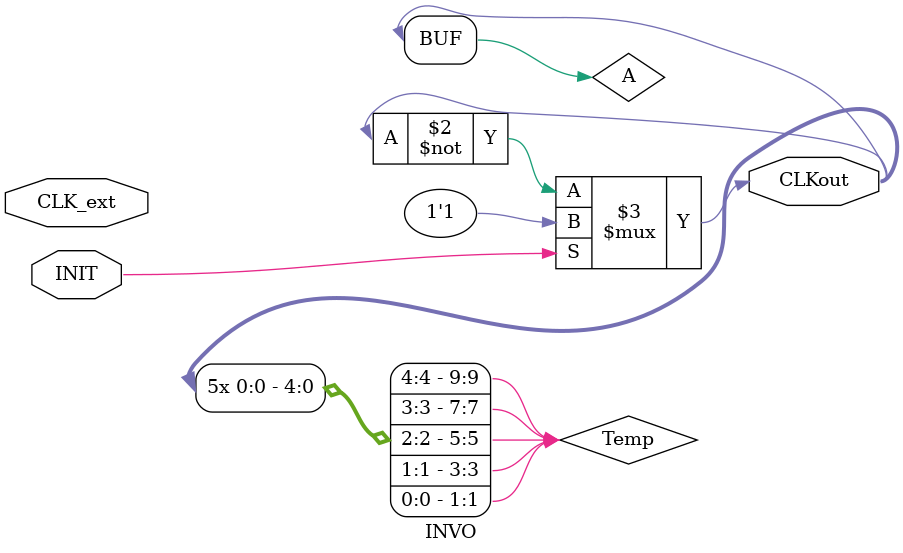
<source format=v>


module INVO(CLK_ext,INIT,CLKout);

parameter N = 10; // Number of delay gates
parameter INV_D = 5; // inverter delay 
parameter CLK_T = 5; // Simulation clock period (/2)

input INIT;
input CLK_ext; // external clock for measurement of oscillator frequency

//output reg CLKout = 1'b0;
output CLKout;

//always #CLK_T CLKout = ~CLKout;


wire [N-1:0] Temp /* synthesis keep */;

wire A /* synthesis keep */;
assign CLKout = A;
assign #INV_D Temp[0] = ~A;

genvar n;
generate 
	for (n=0; n<(N-1);n=n+1) begin : CNOT1 
		assign #INV_D Temp[n+1] = ~Temp[n];
	end
endgenerate

assign #INV_D A = (INIT) ? 1'b1 : ~Temp[N-1];
//assign #INV_D A = ~Temp[N-1];


/* // Frequency measurement:
output reg [31:0] Acount = 32'd0;
output reg [31:0] CLKcount = 32'd0;
always @(posedge CLK_ext) begin
	count = count +1'b1;
	if (count==8'd5) INIT = 1'b0;
	if (~INIT) CLKcount = CLKcount + 1'b1;
end
always @(posedge A) begin 
	if (~INIT) Acount = Acount +1'b1;
end
*/
	
endmodule

</source>
